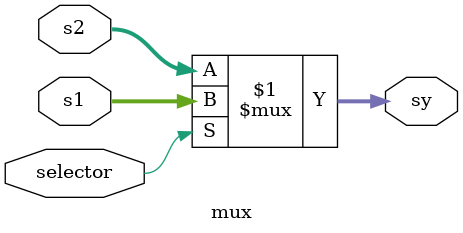
<source format=sv>


module mux (
	input logic [3:0] s1, s2,
	input logic selector,
	output logic [3:0] sy);

	assign sy = selector? s1:s2;

endmodule
</source>
